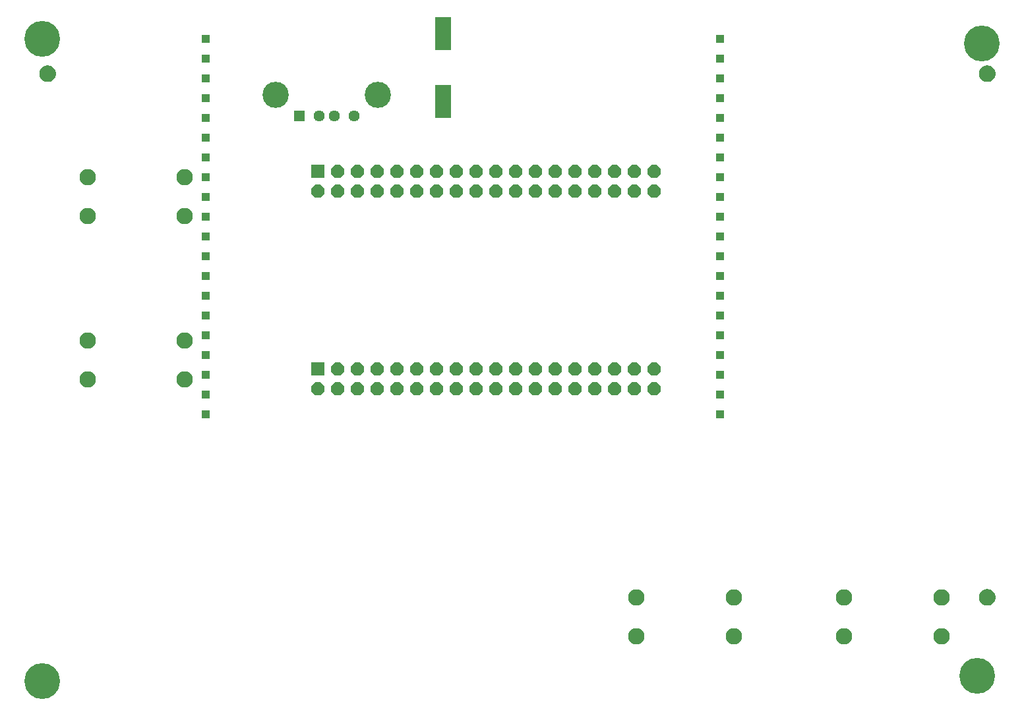
<source format=gbr>
G04 EAGLE Gerber RS-274X export*
G75*
%MOMM*%
%FSLAX34Y34*%
%LPD*%
%INSoldermask Bottom*%
%IPPOS*%
%AMOC8*
5,1,8,0,0,1.08239X$1,22.5*%
G01*
%ADD10R,1.440400X1.440400*%
%ADD11C,1.440400*%
%ADD12C,3.372400*%
%ADD13C,0.609600*%
%ADD14C,1.168400*%
%ADD15C,4.597400*%
%ADD16R,1.676400X1.676400*%
%ADD17P,1.814519X8X22.500000*%
%ADD18C,2.112400*%
%ADD19R,2.152400X4.252400*%
%ADD20R,1.057200X1.057200*%


D10*
X361950Y758190D03*
D11*
X386950Y758190D03*
X406950Y758190D03*
X431950Y758190D03*
D12*
X331250Y785290D03*
X462650Y785290D03*
D13*
X30480Y812800D02*
X30482Y812987D01*
X30489Y813174D01*
X30501Y813361D01*
X30517Y813547D01*
X30537Y813733D01*
X30562Y813918D01*
X30592Y814103D01*
X30626Y814287D01*
X30665Y814470D01*
X30708Y814652D01*
X30756Y814832D01*
X30808Y815012D01*
X30865Y815190D01*
X30925Y815367D01*
X30991Y815542D01*
X31060Y815716D01*
X31134Y815888D01*
X31212Y816058D01*
X31294Y816226D01*
X31380Y816392D01*
X31470Y816556D01*
X31564Y816717D01*
X31662Y816877D01*
X31764Y817033D01*
X31870Y817188D01*
X31980Y817339D01*
X32093Y817488D01*
X32210Y817634D01*
X32330Y817777D01*
X32454Y817917D01*
X32581Y818054D01*
X32712Y818188D01*
X32846Y818319D01*
X32983Y818446D01*
X33123Y818570D01*
X33266Y818690D01*
X33412Y818807D01*
X33561Y818920D01*
X33712Y819030D01*
X33867Y819136D01*
X34023Y819238D01*
X34183Y819336D01*
X34344Y819430D01*
X34508Y819520D01*
X34674Y819606D01*
X34842Y819688D01*
X35012Y819766D01*
X35184Y819840D01*
X35358Y819909D01*
X35533Y819975D01*
X35710Y820035D01*
X35888Y820092D01*
X36068Y820144D01*
X36248Y820192D01*
X36430Y820235D01*
X36613Y820274D01*
X36797Y820308D01*
X36982Y820338D01*
X37167Y820363D01*
X37353Y820383D01*
X37539Y820399D01*
X37726Y820411D01*
X37913Y820418D01*
X38100Y820420D01*
X38287Y820418D01*
X38474Y820411D01*
X38661Y820399D01*
X38847Y820383D01*
X39033Y820363D01*
X39218Y820338D01*
X39403Y820308D01*
X39587Y820274D01*
X39770Y820235D01*
X39952Y820192D01*
X40132Y820144D01*
X40312Y820092D01*
X40490Y820035D01*
X40667Y819975D01*
X40842Y819909D01*
X41016Y819840D01*
X41188Y819766D01*
X41358Y819688D01*
X41526Y819606D01*
X41692Y819520D01*
X41856Y819430D01*
X42017Y819336D01*
X42177Y819238D01*
X42333Y819136D01*
X42488Y819030D01*
X42639Y818920D01*
X42788Y818807D01*
X42934Y818690D01*
X43077Y818570D01*
X43217Y818446D01*
X43354Y818319D01*
X43488Y818188D01*
X43619Y818054D01*
X43746Y817917D01*
X43870Y817777D01*
X43990Y817634D01*
X44107Y817488D01*
X44220Y817339D01*
X44330Y817188D01*
X44436Y817033D01*
X44538Y816877D01*
X44636Y816717D01*
X44730Y816556D01*
X44820Y816392D01*
X44906Y816226D01*
X44988Y816058D01*
X45066Y815888D01*
X45140Y815716D01*
X45209Y815542D01*
X45275Y815367D01*
X45335Y815190D01*
X45392Y815012D01*
X45444Y814832D01*
X45492Y814652D01*
X45535Y814470D01*
X45574Y814287D01*
X45608Y814103D01*
X45638Y813918D01*
X45663Y813733D01*
X45683Y813547D01*
X45699Y813361D01*
X45711Y813174D01*
X45718Y812987D01*
X45720Y812800D01*
X45718Y812613D01*
X45711Y812426D01*
X45699Y812239D01*
X45683Y812053D01*
X45663Y811867D01*
X45638Y811682D01*
X45608Y811497D01*
X45574Y811313D01*
X45535Y811130D01*
X45492Y810948D01*
X45444Y810768D01*
X45392Y810588D01*
X45335Y810410D01*
X45275Y810233D01*
X45209Y810058D01*
X45140Y809884D01*
X45066Y809712D01*
X44988Y809542D01*
X44906Y809374D01*
X44820Y809208D01*
X44730Y809044D01*
X44636Y808883D01*
X44538Y808723D01*
X44436Y808567D01*
X44330Y808412D01*
X44220Y808261D01*
X44107Y808112D01*
X43990Y807966D01*
X43870Y807823D01*
X43746Y807683D01*
X43619Y807546D01*
X43488Y807412D01*
X43354Y807281D01*
X43217Y807154D01*
X43077Y807030D01*
X42934Y806910D01*
X42788Y806793D01*
X42639Y806680D01*
X42488Y806570D01*
X42333Y806464D01*
X42177Y806362D01*
X42017Y806264D01*
X41856Y806170D01*
X41692Y806080D01*
X41526Y805994D01*
X41358Y805912D01*
X41188Y805834D01*
X41016Y805760D01*
X40842Y805691D01*
X40667Y805625D01*
X40490Y805565D01*
X40312Y805508D01*
X40132Y805456D01*
X39952Y805408D01*
X39770Y805365D01*
X39587Y805326D01*
X39403Y805292D01*
X39218Y805262D01*
X39033Y805237D01*
X38847Y805217D01*
X38661Y805201D01*
X38474Y805189D01*
X38287Y805182D01*
X38100Y805180D01*
X37913Y805182D01*
X37726Y805189D01*
X37539Y805201D01*
X37353Y805217D01*
X37167Y805237D01*
X36982Y805262D01*
X36797Y805292D01*
X36613Y805326D01*
X36430Y805365D01*
X36248Y805408D01*
X36068Y805456D01*
X35888Y805508D01*
X35710Y805565D01*
X35533Y805625D01*
X35358Y805691D01*
X35184Y805760D01*
X35012Y805834D01*
X34842Y805912D01*
X34674Y805994D01*
X34508Y806080D01*
X34344Y806170D01*
X34183Y806264D01*
X34023Y806362D01*
X33867Y806464D01*
X33712Y806570D01*
X33561Y806680D01*
X33412Y806793D01*
X33266Y806910D01*
X33123Y807030D01*
X32983Y807154D01*
X32846Y807281D01*
X32712Y807412D01*
X32581Y807546D01*
X32454Y807683D01*
X32330Y807823D01*
X32210Y807966D01*
X32093Y808112D01*
X31980Y808261D01*
X31870Y808412D01*
X31764Y808567D01*
X31662Y808723D01*
X31564Y808883D01*
X31470Y809044D01*
X31380Y809208D01*
X31294Y809374D01*
X31212Y809542D01*
X31134Y809712D01*
X31060Y809884D01*
X30991Y810058D01*
X30925Y810233D01*
X30865Y810410D01*
X30808Y810588D01*
X30756Y810768D01*
X30708Y810948D01*
X30665Y811130D01*
X30626Y811313D01*
X30592Y811497D01*
X30562Y811682D01*
X30537Y811867D01*
X30517Y812053D01*
X30501Y812239D01*
X30489Y812426D01*
X30482Y812613D01*
X30480Y812800D01*
D14*
X38100Y812800D03*
D13*
X1236980Y812800D02*
X1236982Y812987D01*
X1236989Y813174D01*
X1237001Y813361D01*
X1237017Y813547D01*
X1237037Y813733D01*
X1237062Y813918D01*
X1237092Y814103D01*
X1237126Y814287D01*
X1237165Y814470D01*
X1237208Y814652D01*
X1237256Y814832D01*
X1237308Y815012D01*
X1237365Y815190D01*
X1237425Y815367D01*
X1237491Y815542D01*
X1237560Y815716D01*
X1237634Y815888D01*
X1237712Y816058D01*
X1237794Y816226D01*
X1237880Y816392D01*
X1237970Y816556D01*
X1238064Y816717D01*
X1238162Y816877D01*
X1238264Y817033D01*
X1238370Y817188D01*
X1238480Y817339D01*
X1238593Y817488D01*
X1238710Y817634D01*
X1238830Y817777D01*
X1238954Y817917D01*
X1239081Y818054D01*
X1239212Y818188D01*
X1239346Y818319D01*
X1239483Y818446D01*
X1239623Y818570D01*
X1239766Y818690D01*
X1239912Y818807D01*
X1240061Y818920D01*
X1240212Y819030D01*
X1240367Y819136D01*
X1240523Y819238D01*
X1240683Y819336D01*
X1240844Y819430D01*
X1241008Y819520D01*
X1241174Y819606D01*
X1241342Y819688D01*
X1241512Y819766D01*
X1241684Y819840D01*
X1241858Y819909D01*
X1242033Y819975D01*
X1242210Y820035D01*
X1242388Y820092D01*
X1242568Y820144D01*
X1242748Y820192D01*
X1242930Y820235D01*
X1243113Y820274D01*
X1243297Y820308D01*
X1243482Y820338D01*
X1243667Y820363D01*
X1243853Y820383D01*
X1244039Y820399D01*
X1244226Y820411D01*
X1244413Y820418D01*
X1244600Y820420D01*
X1244787Y820418D01*
X1244974Y820411D01*
X1245161Y820399D01*
X1245347Y820383D01*
X1245533Y820363D01*
X1245718Y820338D01*
X1245903Y820308D01*
X1246087Y820274D01*
X1246270Y820235D01*
X1246452Y820192D01*
X1246632Y820144D01*
X1246812Y820092D01*
X1246990Y820035D01*
X1247167Y819975D01*
X1247342Y819909D01*
X1247516Y819840D01*
X1247688Y819766D01*
X1247858Y819688D01*
X1248026Y819606D01*
X1248192Y819520D01*
X1248356Y819430D01*
X1248517Y819336D01*
X1248677Y819238D01*
X1248833Y819136D01*
X1248988Y819030D01*
X1249139Y818920D01*
X1249288Y818807D01*
X1249434Y818690D01*
X1249577Y818570D01*
X1249717Y818446D01*
X1249854Y818319D01*
X1249988Y818188D01*
X1250119Y818054D01*
X1250246Y817917D01*
X1250370Y817777D01*
X1250490Y817634D01*
X1250607Y817488D01*
X1250720Y817339D01*
X1250830Y817188D01*
X1250936Y817033D01*
X1251038Y816877D01*
X1251136Y816717D01*
X1251230Y816556D01*
X1251320Y816392D01*
X1251406Y816226D01*
X1251488Y816058D01*
X1251566Y815888D01*
X1251640Y815716D01*
X1251709Y815542D01*
X1251775Y815367D01*
X1251835Y815190D01*
X1251892Y815012D01*
X1251944Y814832D01*
X1251992Y814652D01*
X1252035Y814470D01*
X1252074Y814287D01*
X1252108Y814103D01*
X1252138Y813918D01*
X1252163Y813733D01*
X1252183Y813547D01*
X1252199Y813361D01*
X1252211Y813174D01*
X1252218Y812987D01*
X1252220Y812800D01*
X1252218Y812613D01*
X1252211Y812426D01*
X1252199Y812239D01*
X1252183Y812053D01*
X1252163Y811867D01*
X1252138Y811682D01*
X1252108Y811497D01*
X1252074Y811313D01*
X1252035Y811130D01*
X1251992Y810948D01*
X1251944Y810768D01*
X1251892Y810588D01*
X1251835Y810410D01*
X1251775Y810233D01*
X1251709Y810058D01*
X1251640Y809884D01*
X1251566Y809712D01*
X1251488Y809542D01*
X1251406Y809374D01*
X1251320Y809208D01*
X1251230Y809044D01*
X1251136Y808883D01*
X1251038Y808723D01*
X1250936Y808567D01*
X1250830Y808412D01*
X1250720Y808261D01*
X1250607Y808112D01*
X1250490Y807966D01*
X1250370Y807823D01*
X1250246Y807683D01*
X1250119Y807546D01*
X1249988Y807412D01*
X1249854Y807281D01*
X1249717Y807154D01*
X1249577Y807030D01*
X1249434Y806910D01*
X1249288Y806793D01*
X1249139Y806680D01*
X1248988Y806570D01*
X1248833Y806464D01*
X1248677Y806362D01*
X1248517Y806264D01*
X1248356Y806170D01*
X1248192Y806080D01*
X1248026Y805994D01*
X1247858Y805912D01*
X1247688Y805834D01*
X1247516Y805760D01*
X1247342Y805691D01*
X1247167Y805625D01*
X1246990Y805565D01*
X1246812Y805508D01*
X1246632Y805456D01*
X1246452Y805408D01*
X1246270Y805365D01*
X1246087Y805326D01*
X1245903Y805292D01*
X1245718Y805262D01*
X1245533Y805237D01*
X1245347Y805217D01*
X1245161Y805201D01*
X1244974Y805189D01*
X1244787Y805182D01*
X1244600Y805180D01*
X1244413Y805182D01*
X1244226Y805189D01*
X1244039Y805201D01*
X1243853Y805217D01*
X1243667Y805237D01*
X1243482Y805262D01*
X1243297Y805292D01*
X1243113Y805326D01*
X1242930Y805365D01*
X1242748Y805408D01*
X1242568Y805456D01*
X1242388Y805508D01*
X1242210Y805565D01*
X1242033Y805625D01*
X1241858Y805691D01*
X1241684Y805760D01*
X1241512Y805834D01*
X1241342Y805912D01*
X1241174Y805994D01*
X1241008Y806080D01*
X1240844Y806170D01*
X1240683Y806264D01*
X1240523Y806362D01*
X1240367Y806464D01*
X1240212Y806570D01*
X1240061Y806680D01*
X1239912Y806793D01*
X1239766Y806910D01*
X1239623Y807030D01*
X1239483Y807154D01*
X1239346Y807281D01*
X1239212Y807412D01*
X1239081Y807546D01*
X1238954Y807683D01*
X1238830Y807823D01*
X1238710Y807966D01*
X1238593Y808112D01*
X1238480Y808261D01*
X1238370Y808412D01*
X1238264Y808567D01*
X1238162Y808723D01*
X1238064Y808883D01*
X1237970Y809044D01*
X1237880Y809208D01*
X1237794Y809374D01*
X1237712Y809542D01*
X1237634Y809712D01*
X1237560Y809884D01*
X1237491Y810058D01*
X1237425Y810233D01*
X1237365Y810410D01*
X1237308Y810588D01*
X1237256Y810768D01*
X1237208Y810948D01*
X1237165Y811130D01*
X1237126Y811313D01*
X1237092Y811497D01*
X1237062Y811682D01*
X1237037Y811867D01*
X1237017Y812053D01*
X1237001Y812239D01*
X1236989Y812426D01*
X1236982Y812613D01*
X1236980Y812800D01*
D14*
X1244600Y812800D03*
D13*
X1236980Y139700D02*
X1236982Y139887D01*
X1236989Y140074D01*
X1237001Y140261D01*
X1237017Y140447D01*
X1237037Y140633D01*
X1237062Y140818D01*
X1237092Y141003D01*
X1237126Y141187D01*
X1237165Y141370D01*
X1237208Y141552D01*
X1237256Y141732D01*
X1237308Y141912D01*
X1237365Y142090D01*
X1237425Y142267D01*
X1237491Y142442D01*
X1237560Y142616D01*
X1237634Y142788D01*
X1237712Y142958D01*
X1237794Y143126D01*
X1237880Y143292D01*
X1237970Y143456D01*
X1238064Y143617D01*
X1238162Y143777D01*
X1238264Y143933D01*
X1238370Y144088D01*
X1238480Y144239D01*
X1238593Y144388D01*
X1238710Y144534D01*
X1238830Y144677D01*
X1238954Y144817D01*
X1239081Y144954D01*
X1239212Y145088D01*
X1239346Y145219D01*
X1239483Y145346D01*
X1239623Y145470D01*
X1239766Y145590D01*
X1239912Y145707D01*
X1240061Y145820D01*
X1240212Y145930D01*
X1240367Y146036D01*
X1240523Y146138D01*
X1240683Y146236D01*
X1240844Y146330D01*
X1241008Y146420D01*
X1241174Y146506D01*
X1241342Y146588D01*
X1241512Y146666D01*
X1241684Y146740D01*
X1241858Y146809D01*
X1242033Y146875D01*
X1242210Y146935D01*
X1242388Y146992D01*
X1242568Y147044D01*
X1242748Y147092D01*
X1242930Y147135D01*
X1243113Y147174D01*
X1243297Y147208D01*
X1243482Y147238D01*
X1243667Y147263D01*
X1243853Y147283D01*
X1244039Y147299D01*
X1244226Y147311D01*
X1244413Y147318D01*
X1244600Y147320D01*
X1244787Y147318D01*
X1244974Y147311D01*
X1245161Y147299D01*
X1245347Y147283D01*
X1245533Y147263D01*
X1245718Y147238D01*
X1245903Y147208D01*
X1246087Y147174D01*
X1246270Y147135D01*
X1246452Y147092D01*
X1246632Y147044D01*
X1246812Y146992D01*
X1246990Y146935D01*
X1247167Y146875D01*
X1247342Y146809D01*
X1247516Y146740D01*
X1247688Y146666D01*
X1247858Y146588D01*
X1248026Y146506D01*
X1248192Y146420D01*
X1248356Y146330D01*
X1248517Y146236D01*
X1248677Y146138D01*
X1248833Y146036D01*
X1248988Y145930D01*
X1249139Y145820D01*
X1249288Y145707D01*
X1249434Y145590D01*
X1249577Y145470D01*
X1249717Y145346D01*
X1249854Y145219D01*
X1249988Y145088D01*
X1250119Y144954D01*
X1250246Y144817D01*
X1250370Y144677D01*
X1250490Y144534D01*
X1250607Y144388D01*
X1250720Y144239D01*
X1250830Y144088D01*
X1250936Y143933D01*
X1251038Y143777D01*
X1251136Y143617D01*
X1251230Y143456D01*
X1251320Y143292D01*
X1251406Y143126D01*
X1251488Y142958D01*
X1251566Y142788D01*
X1251640Y142616D01*
X1251709Y142442D01*
X1251775Y142267D01*
X1251835Y142090D01*
X1251892Y141912D01*
X1251944Y141732D01*
X1251992Y141552D01*
X1252035Y141370D01*
X1252074Y141187D01*
X1252108Y141003D01*
X1252138Y140818D01*
X1252163Y140633D01*
X1252183Y140447D01*
X1252199Y140261D01*
X1252211Y140074D01*
X1252218Y139887D01*
X1252220Y139700D01*
X1252218Y139513D01*
X1252211Y139326D01*
X1252199Y139139D01*
X1252183Y138953D01*
X1252163Y138767D01*
X1252138Y138582D01*
X1252108Y138397D01*
X1252074Y138213D01*
X1252035Y138030D01*
X1251992Y137848D01*
X1251944Y137668D01*
X1251892Y137488D01*
X1251835Y137310D01*
X1251775Y137133D01*
X1251709Y136958D01*
X1251640Y136784D01*
X1251566Y136612D01*
X1251488Y136442D01*
X1251406Y136274D01*
X1251320Y136108D01*
X1251230Y135944D01*
X1251136Y135783D01*
X1251038Y135623D01*
X1250936Y135467D01*
X1250830Y135312D01*
X1250720Y135161D01*
X1250607Y135012D01*
X1250490Y134866D01*
X1250370Y134723D01*
X1250246Y134583D01*
X1250119Y134446D01*
X1249988Y134312D01*
X1249854Y134181D01*
X1249717Y134054D01*
X1249577Y133930D01*
X1249434Y133810D01*
X1249288Y133693D01*
X1249139Y133580D01*
X1248988Y133470D01*
X1248833Y133364D01*
X1248677Y133262D01*
X1248517Y133164D01*
X1248356Y133070D01*
X1248192Y132980D01*
X1248026Y132894D01*
X1247858Y132812D01*
X1247688Y132734D01*
X1247516Y132660D01*
X1247342Y132591D01*
X1247167Y132525D01*
X1246990Y132465D01*
X1246812Y132408D01*
X1246632Y132356D01*
X1246452Y132308D01*
X1246270Y132265D01*
X1246087Y132226D01*
X1245903Y132192D01*
X1245718Y132162D01*
X1245533Y132137D01*
X1245347Y132117D01*
X1245161Y132101D01*
X1244974Y132089D01*
X1244787Y132082D01*
X1244600Y132080D01*
X1244413Y132082D01*
X1244226Y132089D01*
X1244039Y132101D01*
X1243853Y132117D01*
X1243667Y132137D01*
X1243482Y132162D01*
X1243297Y132192D01*
X1243113Y132226D01*
X1242930Y132265D01*
X1242748Y132308D01*
X1242568Y132356D01*
X1242388Y132408D01*
X1242210Y132465D01*
X1242033Y132525D01*
X1241858Y132591D01*
X1241684Y132660D01*
X1241512Y132734D01*
X1241342Y132812D01*
X1241174Y132894D01*
X1241008Y132980D01*
X1240844Y133070D01*
X1240683Y133164D01*
X1240523Y133262D01*
X1240367Y133364D01*
X1240212Y133470D01*
X1240061Y133580D01*
X1239912Y133693D01*
X1239766Y133810D01*
X1239623Y133930D01*
X1239483Y134054D01*
X1239346Y134181D01*
X1239212Y134312D01*
X1239081Y134446D01*
X1238954Y134583D01*
X1238830Y134723D01*
X1238710Y134866D01*
X1238593Y135012D01*
X1238480Y135161D01*
X1238370Y135312D01*
X1238264Y135467D01*
X1238162Y135623D01*
X1238064Y135783D01*
X1237970Y135944D01*
X1237880Y136108D01*
X1237794Y136274D01*
X1237712Y136442D01*
X1237634Y136612D01*
X1237560Y136784D01*
X1237491Y136958D01*
X1237425Y137133D01*
X1237365Y137310D01*
X1237308Y137488D01*
X1237256Y137668D01*
X1237208Y137848D01*
X1237165Y138030D01*
X1237126Y138213D01*
X1237092Y138397D01*
X1237062Y138582D01*
X1237037Y138767D01*
X1237017Y138953D01*
X1237001Y139139D01*
X1236989Y139326D01*
X1236982Y139513D01*
X1236980Y139700D01*
D14*
X1244600Y139700D03*
D15*
X31750Y857250D03*
D16*
X385490Y687330D03*
D17*
X385490Y661930D03*
X410890Y687330D03*
X410890Y661930D03*
X436290Y687330D03*
X436290Y661930D03*
X461690Y687330D03*
X461690Y661930D03*
X487090Y687330D03*
X487090Y661930D03*
X512490Y687330D03*
X512490Y661930D03*
X537890Y687330D03*
X537890Y661930D03*
X563290Y687330D03*
X563290Y661930D03*
X588690Y687330D03*
X588690Y661930D03*
X614090Y687330D03*
X614090Y661930D03*
X639490Y687330D03*
X639490Y661930D03*
X664890Y687330D03*
X664890Y661930D03*
X690290Y687330D03*
X690290Y661930D03*
X715690Y687330D03*
X715690Y661930D03*
X741090Y687330D03*
X741090Y661930D03*
X766490Y687330D03*
X766490Y661930D03*
X791890Y687330D03*
X791890Y661930D03*
X817290Y687330D03*
X817290Y661930D03*
D16*
X385490Y433330D03*
D17*
X385490Y407930D03*
X410890Y433330D03*
X410890Y407930D03*
X436290Y433330D03*
X436290Y407930D03*
X461690Y433330D03*
X461690Y407930D03*
X487090Y433330D03*
X487090Y407930D03*
X512490Y433330D03*
X512490Y407930D03*
X537890Y433330D03*
X537890Y407930D03*
X563290Y433330D03*
X563290Y407930D03*
X588690Y433330D03*
X588690Y407930D03*
X614090Y433330D03*
X614090Y407930D03*
X639490Y433330D03*
X639490Y407930D03*
X664890Y433330D03*
X664890Y407930D03*
X690290Y433330D03*
X690290Y407930D03*
X715690Y433330D03*
X715690Y407930D03*
X741090Y433330D03*
X741090Y407930D03*
X766490Y433330D03*
X766490Y407930D03*
X791890Y433330D03*
X791890Y407930D03*
X817290Y433330D03*
X817290Y407930D03*
D18*
X214900Y679050D03*
X214900Y629050D03*
X89900Y629050D03*
X89900Y679050D03*
D19*
X546100Y776920D03*
X546100Y863920D03*
D18*
X919750Y139300D03*
X919750Y89300D03*
X794750Y89300D03*
X794750Y139300D03*
X214900Y469500D03*
X214900Y419500D03*
X89900Y419500D03*
X89900Y469500D03*
X1186450Y139300D03*
X1186450Y89300D03*
X1061450Y89300D03*
X1061450Y139300D03*
D15*
X31750Y31750D03*
X1231900Y38100D03*
X1238250Y850900D03*
D20*
X241300Y857250D03*
X241300Y831850D03*
X241300Y806450D03*
X241300Y781050D03*
X241300Y755650D03*
X241300Y730250D03*
X241300Y704850D03*
X241300Y679450D03*
X241300Y654050D03*
X241300Y628650D03*
X241300Y603250D03*
X241300Y577850D03*
X241300Y552450D03*
X241300Y527050D03*
X241300Y501650D03*
X241300Y476250D03*
X241300Y450850D03*
X241300Y425450D03*
X241300Y400050D03*
X241300Y374650D03*
X901700Y857250D03*
X901700Y831850D03*
X901700Y806450D03*
X901700Y781050D03*
X901700Y755650D03*
X901700Y730250D03*
X901700Y704850D03*
X901700Y679450D03*
X901700Y654050D03*
X901700Y628650D03*
X901700Y603250D03*
X901700Y577850D03*
X901700Y552450D03*
X901700Y527050D03*
X901700Y501650D03*
X901700Y476250D03*
X901700Y450850D03*
X901700Y425450D03*
X901700Y400050D03*
X901700Y374650D03*
M02*

</source>
